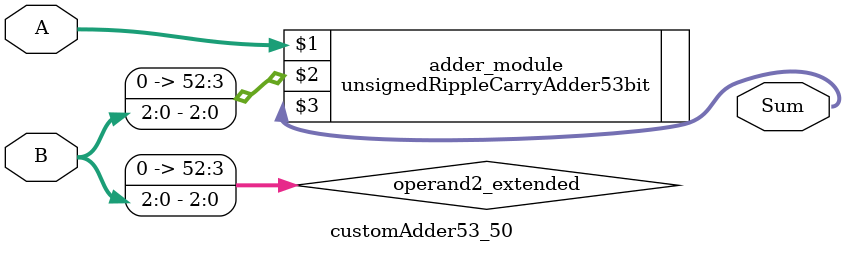
<source format=v>
module customAdder53_50(
                        input [52 : 0] A,
                        input [2 : 0] B,
                        
                        output [53 : 0] Sum
                );

        wire [52 : 0] operand2_extended;
        
        assign operand2_extended =  {50'b0, B};
        
        unsignedRippleCarryAdder53bit adder_module(
            A,
            operand2_extended,
            Sum
        );
        
        endmodule
        
</source>
